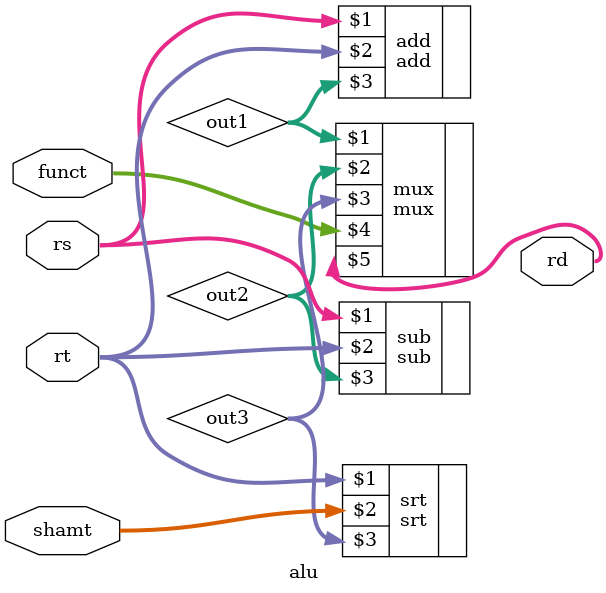
<source format=v>
module alu
(
   	input      [31:0] rs, rt, 
		input	    	[4:0] shamt, 
		input	    	[5:0] funct,
   	output     [31:0] rd
);




wire [31:0] out1, out2, out3;

add add(rs, rt, out1);
sub sub(rs, rt, out2);
srt srt(rt, shamt, out3);

mux mux(out1, out2, out3, funct, rd);



		
	
endmodule










</source>
